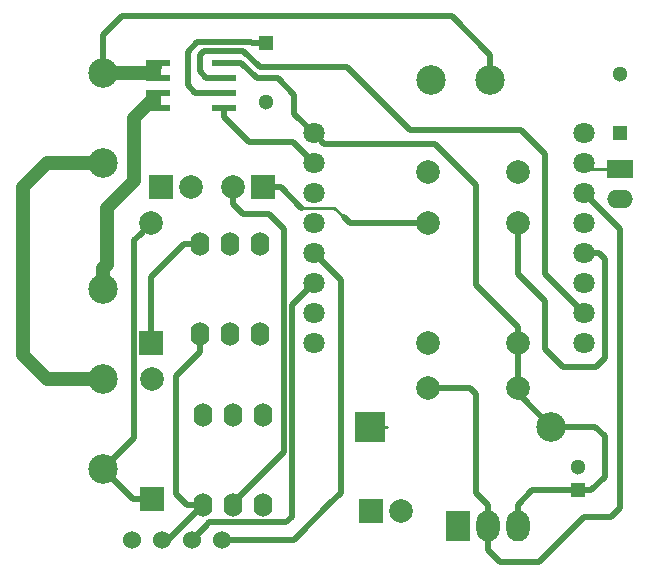
<source format=gbr>
G04 #@! TF.GenerationSoftware,KiCad,Pcbnew,5.0.2-bee76a0~70~ubuntu18.04.1*
G04 #@! TF.CreationDate,2019-09-27T11:54:24+02:00*
G04 #@! TF.ProjectId,Radiateur wemos,52616469-6174-4657-9572-2077656d6f73,rev?*
G04 #@! TF.SameCoordinates,Original*
G04 #@! TF.FileFunction,Copper,L1,Top*
G04 #@! TF.FilePolarity,Positive*
%FSLAX46Y46*%
G04 Gerber Fmt 4.6, Leading zero omitted, Abs format (unit mm)*
G04 Created by KiCad (PCBNEW 5.0.2-bee76a0~70~ubuntu18.04.1) date ven. 27 sept. 2019 11:54:24 CEST*
%MOMM*%
%LPD*%
G01*
G04 APERTURE LIST*
G04 #@! TA.AperFunction,ComponentPad*
%ADD10C,2.000000*%
G04 #@! TD*
G04 #@! TA.AperFunction,ComponentPad*
%ADD11R,2.000000X2.000000*%
G04 #@! TD*
G04 #@! TA.AperFunction,ComponentPad*
%ADD12C,1.800000*%
G04 #@! TD*
G04 #@! TA.AperFunction,ComponentPad*
%ADD13C,2.500000*%
G04 #@! TD*
G04 #@! TA.AperFunction,ComponentPad*
%ADD14R,2.500000X2.500000*%
G04 #@! TD*
G04 #@! TA.AperFunction,SMDPad,CuDef*
%ADD15R,1.998980X0.599440*%
G04 #@! TD*
G04 #@! TA.AperFunction,ComponentPad*
%ADD16R,2.000000X2.600000*%
G04 #@! TD*
G04 #@! TA.AperFunction,ComponentPad*
%ADD17O,2.000000X2.600000*%
G04 #@! TD*
G04 #@! TA.AperFunction,ComponentPad*
%ADD18O,1.600000X2.000000*%
G04 #@! TD*
G04 #@! TA.AperFunction,ComponentPad*
%ADD19C,1.524000*%
G04 #@! TD*
G04 #@! TA.AperFunction,ComponentPad*
%ADD20R,1.300000X1.300000*%
G04 #@! TD*
G04 #@! TA.AperFunction,ComponentPad*
%ADD21C,1.300000*%
G04 #@! TD*
G04 #@! TA.AperFunction,ComponentPad*
%ADD22R,1.998980X1.998980*%
G04 #@! TD*
G04 #@! TA.AperFunction,ComponentPad*
%ADD23C,1.998980*%
G04 #@! TD*
G04 #@! TA.AperFunction,ComponentPad*
%ADD24R,2.199640X1.524000*%
G04 #@! TD*
G04 #@! TA.AperFunction,ComponentPad*
%ADD25O,2.199640X1.524000*%
G04 #@! TD*
G04 #@! TA.AperFunction,Conductor*
%ADD26C,0.500000*%
G04 #@! TD*
G04 #@! TA.AperFunction,Conductor*
%ADD27C,0.250000*%
G04 #@! TD*
G04 #@! TA.AperFunction,Conductor*
%ADD28C,1.200000*%
G04 #@! TD*
G04 APERTURE END LIST*
D10*
G04 #@! TO.P,D2,2*
G04 #@! TO.N,Net-(D2-Pad2)*
X101600000Y-80010000D03*
D11*
G04 #@! TO.P,D2,1*
G04 #@! TO.N,Net-(D2-Pad1)*
X104140000Y-80010000D03*
G04 #@! TD*
D12*
G04 #@! TO.P,U2,16*
G04 #@! TO.N,+3V3*
X131318000Y-75438000D03*
G04 #@! TO.P,U2,1*
G04 #@! TO.N,+5V*
X108458000Y-75438000D03*
G04 #@! TO.P,U2,15*
G04 #@! TO.N,Net-(SW1-Pad1)*
X131318000Y-77978000D03*
G04 #@! TO.P,U2,2*
G04 #@! TO.N,GND*
X108458000Y-77978000D03*
G04 #@! TO.P,U2,14*
G04 #@! TO.N,/Temp*
X131318000Y-80518000D03*
G04 #@! TO.P,U2,3*
G04 #@! TO.N,Net-(U2-Pad3)*
X108458000Y-80518000D03*
G04 #@! TO.P,U2,13*
G04 #@! TO.N,Net-(R2-Pad2)*
X131318000Y-83058000D03*
G04 #@! TO.P,U2,4*
G04 #@! TO.N,Net-(U2-Pad4)*
X108458000Y-83058000D03*
G04 #@! TO.P,U2,12*
G04 #@! TO.N,Net-(R3-Pad2)*
X131318000Y-85598000D03*
G04 #@! TO.P,U2,5*
G04 #@! TO.N,Net-(Dis1-Pad4)*
X108458000Y-85598000D03*
G04 #@! TO.P,U2,11*
G04 #@! TO.N,Net-(U2-Pad11)*
X131318000Y-88138000D03*
G04 #@! TO.P,U2,6*
G04 #@! TO.N,Net-(Dis1-Pad3)*
X108458000Y-88138000D03*
G04 #@! TO.P,U2,10*
G04 #@! TO.N,/Probe*
X131318000Y-90678000D03*
G04 #@! TO.P,U2,7*
G04 #@! TO.N,Net-(U2-Pad7)*
X108458000Y-90678000D03*
G04 #@! TO.P,U2,9*
G04 #@! TO.N,Net-(U2-Pad9)*
X131318000Y-93218000D03*
G04 #@! TO.P,U2,8*
G04 #@! TO.N,Net-(U2-Pad8)*
X108458000Y-93218000D03*
G04 #@! TD*
D13*
G04 #@! TO.P,U1,1*
G04 #@! TO.N,/neutre*
X118404000Y-70898000D03*
G04 #@! TO.P,U1,2*
G04 #@! TO.N,/phase*
X123404000Y-70898000D03*
D14*
G04 #@! TO.P,U1,3*
G04 #@! TO.N,GND*
X113204000Y-100298000D03*
D13*
G04 #@! TO.P,U1,4*
G04 #@! TO.N,+5V*
X128604000Y-100298000D03*
G04 #@! TD*
D15*
G04 #@! TO.P,U3,1*
G04 #@! TO.N,/phase*
X95250000Y-69469000D03*
G04 #@! TO.P,U3,2*
X95250000Y-70739000D03*
G04 #@! TO.P,U3,3*
G04 #@! TO.N,/phaseout*
X95250000Y-72009000D03*
G04 #@! TO.P,U3,4*
X95250000Y-73279000D03*
G04 #@! TO.P,U3,5*
G04 #@! TO.N,GND*
X100838000Y-73279000D03*
G04 #@! TO.P,U3,6*
G04 #@! TO.N,Net-(C2-Pad1)*
X100838000Y-72009000D03*
G04 #@! TO.P,U3,7*
G04 #@! TO.N,/Probe*
X100838000Y-70739000D03*
G04 #@! TO.P,U3,8*
G04 #@! TO.N,+5V*
X100838000Y-69469000D03*
G04 #@! TD*
D16*
G04 #@! TO.P,P1,1*
G04 #@! TO.N,GND*
X120650000Y-108712000D03*
D17*
G04 #@! TO.P,P1,2*
G04 #@! TO.N,/Temp*
X123190000Y-108712000D03*
G04 #@! TO.P,P1,3*
G04 #@! TO.N,+5V*
X125730000Y-108712000D03*
G04 #@! TD*
D13*
G04 #@! TO.P,P2,1*
G04 #@! TO.N,/neutre*
X90614000Y-77978000D03*
G04 #@! TO.P,P2,2*
G04 #@! TO.N,/phase*
X90614000Y-70358000D03*
G04 #@! TD*
G04 #@! TO.P,P3,1*
G04 #@! TO.N,Net-(D4-Pad2)*
X90614000Y-103886000D03*
G04 #@! TO.P,P3,2*
G04 #@! TO.N,/neutre*
X90614000Y-96266000D03*
G04 #@! TO.P,P3,3*
G04 #@! TO.N,/phaseout*
X90614000Y-88646000D03*
G04 #@! TD*
D18*
G04 #@! TO.P,U5,6*
G04 #@! TO.N,Net-(D4-Pad1)*
X98806000Y-84836000D03*
G04 #@! TO.P,U5,5*
G04 #@! TO.N,N/C*
X101346000Y-84836000D03*
G04 #@! TO.P,U5,4*
G04 #@! TO.N,/phaseout*
X103886000Y-84836000D03*
G04 #@! TO.P,U5,3*
G04 #@! TO.N,N/C*
X103886000Y-92456000D03*
G04 #@! TO.P,U5,2*
G04 #@! TO.N,Net-(D1-Pad2)*
X101346000Y-92456000D03*
G04 #@! TO.P,U5,1*
G04 #@! TO.N,+3V3*
X98806000Y-92456000D03*
G04 #@! TD*
G04 #@! TO.P,U6,1*
G04 #@! TO.N,+3V3*
X99060000Y-106934000D03*
G04 #@! TO.P,U6,2*
G04 #@! TO.N,Net-(D2-Pad2)*
X101600000Y-106934000D03*
G04 #@! TO.P,U6,3*
G04 #@! TO.N,N/C*
X104140000Y-106934000D03*
G04 #@! TO.P,U6,4*
G04 #@! TO.N,/phaseout*
X104140000Y-99314000D03*
G04 #@! TO.P,U6,5*
G04 #@! TO.N,N/C*
X101600000Y-99314000D03*
G04 #@! TO.P,U6,6*
G04 #@! TO.N,Net-(D5-Pad2)*
X99060000Y-99314000D03*
G04 #@! TD*
D19*
G04 #@! TO.P,Dis1,1*
G04 #@! TO.N,GND*
X93091000Y-109855000D03*
G04 #@! TO.P,Dis1,2*
G04 #@! TO.N,+3V3*
X95631000Y-109855000D03*
G04 #@! TO.P,Dis1,3*
G04 #@! TO.N,Net-(Dis1-Pad3)*
X98171000Y-109855000D03*
G04 #@! TO.P,Dis1,4*
G04 #@! TO.N,Net-(Dis1-Pad4)*
X100711000Y-109855000D03*
G04 #@! TD*
D20*
G04 #@! TO.P,C1,1*
G04 #@! TO.N,+5V*
X130810000Y-105664000D03*
D21*
G04 #@! TO.P,C1,2*
G04 #@! TO.N,GND*
X130810000Y-103664000D03*
G04 #@! TD*
D20*
G04 #@! TO.P,C2,1*
G04 #@! TO.N,Net-(C2-Pad1)*
X104394000Y-67818000D03*
D21*
G04 #@! TO.P,C2,2*
G04 #@! TO.N,GND*
X104394000Y-72818000D03*
G04 #@! TD*
G04 #@! TO.P,C3,2*
G04 #@! TO.N,GND*
X134366000Y-70438000D03*
D20*
G04 #@! TO.P,C3,1*
G04 #@! TO.N,+5V*
X134366000Y-75438000D03*
G04 #@! TD*
D11*
G04 #@! TO.P,D1,1*
G04 #@! TO.N,Net-(D1-Pad1)*
X95504000Y-80010000D03*
D10*
G04 #@! TO.P,D1,2*
G04 #@! TO.N,Net-(D1-Pad2)*
X98044000Y-80010000D03*
G04 #@! TD*
D11*
G04 #@! TO.P,D3,1*
G04 #@! TO.N,GND*
X113284000Y-107442000D03*
D10*
G04 #@! TO.P,D3,2*
G04 #@! TO.N,Net-(D3-Pad2)*
X115824000Y-107442000D03*
G04 #@! TD*
D22*
G04 #@! TO.P,D4,1*
G04 #@! TO.N,Net-(D4-Pad1)*
X94734380Y-93218000D03*
D23*
G04 #@! TO.P,D4,2*
G04 #@! TO.N,Net-(D4-Pad2)*
X94734380Y-83058000D03*
G04 #@! TD*
G04 #@! TO.P,D5,2*
G04 #@! TO.N,Net-(D5-Pad2)*
X94747080Y-96266000D03*
D22*
G04 #@! TO.P,D5,1*
G04 #@! TO.N,Net-(D4-Pad2)*
X94747080Y-106426000D03*
G04 #@! TD*
D23*
G04 #@! TO.P,R1,2*
G04 #@! TO.N,/Temp*
X118110000Y-97028000D03*
G04 #@! TO.P,R1,1*
G04 #@! TO.N,+5V*
X125730000Y-97028000D03*
G04 #@! TD*
G04 #@! TO.P,R2,1*
G04 #@! TO.N,Net-(D1-Pad1)*
X118110000Y-78740000D03*
G04 #@! TO.P,R2,2*
G04 #@! TO.N,Net-(R2-Pad2)*
X125730000Y-78740000D03*
G04 #@! TD*
G04 #@! TO.P,R3,2*
G04 #@! TO.N,Net-(R3-Pad2)*
X125730000Y-83058000D03*
G04 #@! TO.P,R3,1*
G04 #@! TO.N,Net-(D2-Pad1)*
X118110000Y-83058000D03*
G04 #@! TD*
G04 #@! TO.P,R4,1*
G04 #@! TO.N,+5V*
X125730000Y-93218000D03*
G04 #@! TO.P,R4,2*
G04 #@! TO.N,Net-(D3-Pad2)*
X118110000Y-93218000D03*
G04 #@! TD*
D24*
G04 #@! TO.P,SW1,1*
G04 #@! TO.N,Net-(SW1-Pad1)*
X134366000Y-78486000D03*
D25*
G04 #@! TO.P,SW1,2*
G04 #@! TO.N,GND*
X134366000Y-81026000D03*
G04 #@! TD*
D26*
G04 #@! TO.N,+5V*
X125984000Y-97678000D02*
X128604000Y-100298000D01*
X125984000Y-97028000D02*
X125984000Y-97678000D01*
X102337490Y-69469000D02*
X100838000Y-69469000D01*
X103632000Y-70763510D02*
X102337490Y-69469000D01*
X105410000Y-70763510D02*
X103632000Y-70763510D01*
X106831510Y-73811510D02*
X106831510Y-72185020D01*
X106831510Y-72185020D02*
X105410000Y-70763510D01*
X108458000Y-75438000D02*
X106831510Y-73811510D01*
X109357999Y-76337999D02*
X108458000Y-75438000D01*
X118734001Y-76337999D02*
X109357999Y-76337999D01*
X122174000Y-79777998D02*
X118734001Y-76337999D01*
X129660000Y-105664000D02*
X130810000Y-105664000D01*
X126978000Y-105664000D02*
X129660000Y-105664000D01*
X125730000Y-106912000D02*
X126978000Y-105664000D01*
X125730000Y-108712000D02*
X125730000Y-106912000D01*
X132302000Y-100298000D02*
X128604000Y-100298000D01*
X133096000Y-101092000D02*
X132302000Y-100298000D01*
X133096000Y-104528000D02*
X133096000Y-101092000D01*
X130810000Y-105664000D02*
X131960000Y-105664000D01*
X131960000Y-105664000D02*
X133096000Y-104528000D01*
X125730000Y-93218000D02*
X125730000Y-97028000D01*
X125730000Y-91804508D02*
X122174000Y-88248508D01*
X125730000Y-93218000D02*
X125730000Y-91804508D01*
X122174000Y-88248508D02*
X122174000Y-87122000D01*
X122174000Y-87994508D02*
X122174000Y-87122000D01*
X122174000Y-87122000D02*
X122174000Y-79777998D01*
D27*
G04 #@! TO.N,GND*
X113204000Y-100298000D02*
X114704000Y-100298000D01*
D26*
X106680000Y-76200000D02*
X108458000Y-77978000D01*
X100838000Y-73279000D02*
X100838000Y-74078720D01*
X100838000Y-74078720D02*
X102959280Y-76200000D01*
X102959280Y-76200000D02*
X104648000Y-76200000D01*
X104648000Y-76200000D02*
X106680000Y-76200000D01*
X113284000Y-100378000D02*
X113204000Y-100298000D01*
G04 #@! TO.N,+3V3*
X97760000Y-106934000D02*
X96774000Y-105948000D01*
X99060000Y-106934000D02*
X97760000Y-106934000D01*
X98806000Y-93956000D02*
X98806000Y-92456000D01*
X96774000Y-95988000D02*
X98806000Y-93956000D01*
X96774000Y-105948000D02*
X96774000Y-95988000D01*
X96139000Y-109855000D02*
X99060000Y-106934000D01*
X95631000Y-109855000D02*
X96139000Y-109855000D01*
G04 #@! TO.N,Net-(D2-Pad2)*
X101600000Y-106734000D02*
X101600000Y-106934000D01*
X101600000Y-80010000D02*
X101600000Y-81424213D01*
X102471787Y-82296000D02*
X104648000Y-82296000D01*
X101600000Y-81424213D02*
X102471787Y-82296000D01*
X104648000Y-82296000D02*
X105918000Y-83566000D01*
X105918000Y-83566000D02*
X105918000Y-102416000D01*
X105918000Y-102416000D02*
X101600000Y-106734000D01*
D28*
G04 #@! TO.N,/neutre*
X85852000Y-77978000D02*
X90614000Y-77978000D01*
X83820000Y-80010000D02*
X85852000Y-77978000D01*
X83820000Y-94234000D02*
X83820000Y-80010000D01*
X85852000Y-96266000D02*
X83820000Y-94234000D01*
X90614000Y-96266000D02*
X85852000Y-96266000D01*
G04 #@! TO.N,/phase*
X90614000Y-70358000D02*
X94488000Y-70358000D01*
X94488000Y-70358000D02*
X94996000Y-69850000D01*
D26*
X95250000Y-69469000D02*
X95250000Y-70739000D01*
X95250000Y-70268720D02*
X95250000Y-69469000D01*
X95160720Y-70358000D02*
X95250000Y-70268720D01*
X94488000Y-70358000D02*
X95160720Y-70358000D01*
X95250000Y-69939280D02*
X95250000Y-70739000D01*
X95160720Y-69850000D02*
X95250000Y-69939280D01*
X94996000Y-69850000D02*
X95160720Y-69850000D01*
X123404000Y-68794000D02*
X123404000Y-70898000D01*
X120142000Y-65532000D02*
X123404000Y-68794000D01*
X92202000Y-65532000D02*
X120142000Y-65532000D01*
X90614000Y-67120000D02*
X92202000Y-65532000D01*
X90614000Y-70358000D02*
X90614000Y-67120000D01*
D28*
G04 #@! TO.N,/phaseout*
X90614000Y-86878234D02*
X90932000Y-86560234D01*
X90614000Y-88646000D02*
X90614000Y-86878234D01*
X90932000Y-86560234D02*
X90932000Y-81788000D01*
X90932000Y-81788000D02*
X93218000Y-79502000D01*
X93218000Y-79502000D02*
X93218000Y-74168000D01*
X93218000Y-74168000D02*
X94742000Y-72644000D01*
D26*
X95250000Y-72009000D02*
X95250000Y-73279000D01*
X94742000Y-72517000D02*
X95250000Y-72009000D01*
X94742000Y-72644000D02*
X94742000Y-72517000D01*
G04 #@! TO.N,Net-(R3-Pad2)*
X132590792Y-85598000D02*
X131318000Y-85598000D01*
X133096000Y-86103208D02*
X132590792Y-85598000D01*
X133096000Y-94488000D02*
X133096000Y-86103208D01*
X128016000Y-93726000D02*
X129540000Y-95250000D01*
X129540000Y-95250000D02*
X132334000Y-95250000D01*
X132334000Y-95250000D02*
X133096000Y-94488000D01*
X125730000Y-83058000D02*
X125730000Y-87376000D01*
X128016000Y-89662000D02*
X128016000Y-91440000D01*
X128016000Y-90932000D02*
X128016000Y-91440000D01*
X125730000Y-87376000D02*
X128016000Y-89662000D01*
X128016000Y-91440000D02*
X128016000Y-93726000D01*
G04 #@! TO.N,/Temp*
X122174000Y-105896000D02*
X122174000Y-97536000D01*
X122174000Y-97536000D02*
X121666000Y-97028000D01*
X123190000Y-108712000D02*
X123190000Y-106912000D01*
X123190000Y-106912000D02*
X122174000Y-105896000D01*
X134366000Y-83566000D02*
X131318000Y-80518000D01*
X134366000Y-107188000D02*
X134366000Y-83566000D01*
X123190000Y-108712000D02*
X123190000Y-110744000D01*
X127508000Y-111760000D02*
X131318000Y-107950000D01*
X133604000Y-107950000D02*
X134366000Y-107188000D01*
X123190000Y-110744000D02*
X124206000Y-111760000D01*
X124206000Y-111760000D02*
X127508000Y-111760000D01*
X131318000Y-107950000D02*
X133604000Y-107950000D01*
X120142000Y-97028000D02*
X118364000Y-97028000D01*
X120142000Y-97028000D02*
X118110000Y-97028000D01*
X121666000Y-97028000D02*
X120142000Y-97028000D01*
G04 #@! TO.N,Net-(C2-Pad1)*
X103176990Y-67750990D02*
X98619010Y-67750990D01*
X104394000Y-67818000D02*
X103244000Y-67818000D01*
X103244000Y-67818000D02*
X103176990Y-67750990D01*
X98619010Y-67750990D02*
X97790000Y-68580000D01*
X97790000Y-68580000D02*
X97790000Y-71374000D01*
X98425000Y-72009000D02*
X100838000Y-72009000D01*
X97790000Y-71374000D02*
X98425000Y-72009000D01*
G04 #@! TO.N,Net-(D2-Pad1)*
X117602000Y-83058000D02*
X111506000Y-83058000D01*
X107442000Y-81743001D02*
X107397001Y-81743001D01*
X105664000Y-80010000D02*
X104140000Y-80010000D01*
X107397001Y-81743001D02*
X105664000Y-80010000D01*
D27*
X110191001Y-81743001D02*
X110998000Y-82550000D01*
X107442000Y-81743001D02*
X110191001Y-81743001D01*
D26*
X111506000Y-83058000D02*
X110998000Y-82550000D01*
G04 #@! TO.N,Net-(D4-Pad1)*
X94734380Y-87607620D02*
X97506000Y-84836000D01*
X97506000Y-84836000D02*
X98806000Y-84836000D01*
X94734380Y-93218000D02*
X94734380Y-87607620D01*
G04 #@! TO.N,Net-(D4-Pad2)*
X93734891Y-84057489D02*
X94734380Y-83058000D01*
X93284889Y-84507491D02*
X93734891Y-84057489D01*
X93284889Y-101215111D02*
X93284889Y-84507491D01*
X90614000Y-103886000D02*
X93284889Y-101215111D01*
X93154000Y-106426000D02*
X94747080Y-106426000D01*
X90614000Y-103886000D02*
X93154000Y-106426000D01*
G04 #@! TO.N,Net-(Dis1-Pad3)*
X99314000Y-108712000D02*
X98171000Y-109855000D01*
X99641990Y-108384010D02*
X99314000Y-108712000D01*
X106122010Y-108384010D02*
X99641990Y-108384010D01*
X106618010Y-107888010D02*
X106122010Y-108384010D01*
X106618010Y-89977990D02*
X106618010Y-107888010D01*
X108458000Y-88138000D02*
X106618010Y-89977990D01*
D27*
G04 #@! TO.N,Net-(Dis1-Pad4)*
X106807000Y-109855000D02*
X106934000Y-109728000D01*
D26*
X106807000Y-109855000D02*
X107188000Y-109474000D01*
X100711000Y-109855000D02*
X106807000Y-109855000D01*
X109808001Y-106853999D02*
X107188000Y-109474000D01*
X107188000Y-109474000D02*
X106934000Y-109728000D01*
X110744000Y-105918000D02*
X109808001Y-106853999D01*
X110744000Y-87884000D02*
X110744000Y-105918000D01*
X108458000Y-85598000D02*
X110744000Y-87884000D01*
D27*
G04 #@! TO.N,/Probe*
X98806000Y-69956490D02*
X98806000Y-68834000D01*
D26*
X98806000Y-70206490D02*
X98806000Y-69956490D01*
X99338510Y-70739000D02*
X98806000Y-70206490D01*
X100838000Y-70739000D02*
X99338510Y-70739000D01*
X98806000Y-70206490D02*
X98806000Y-68834000D01*
X103886000Y-69850000D02*
X111252000Y-69850000D01*
X102487000Y-68451000D02*
X103886000Y-69850000D01*
X99189000Y-68451000D02*
X102487000Y-68451000D01*
X111252000Y-69850000D02*
X116586000Y-75184000D01*
X98806000Y-68834000D02*
X99189000Y-68451000D01*
X131318000Y-90678000D02*
X128016000Y-87376000D01*
X128016000Y-87376000D02*
X128016000Y-77216000D01*
X125984000Y-75184000D02*
X116586000Y-75184000D01*
X128016000Y-77216000D02*
X125984000Y-75184000D01*
D27*
G04 #@! TO.N,Net-(SW1-Pad1)*
X131826000Y-78486000D02*
X131318000Y-77978000D01*
X134366000Y-78486000D02*
X131826000Y-78486000D01*
G04 #@! TD*
M02*

</source>
